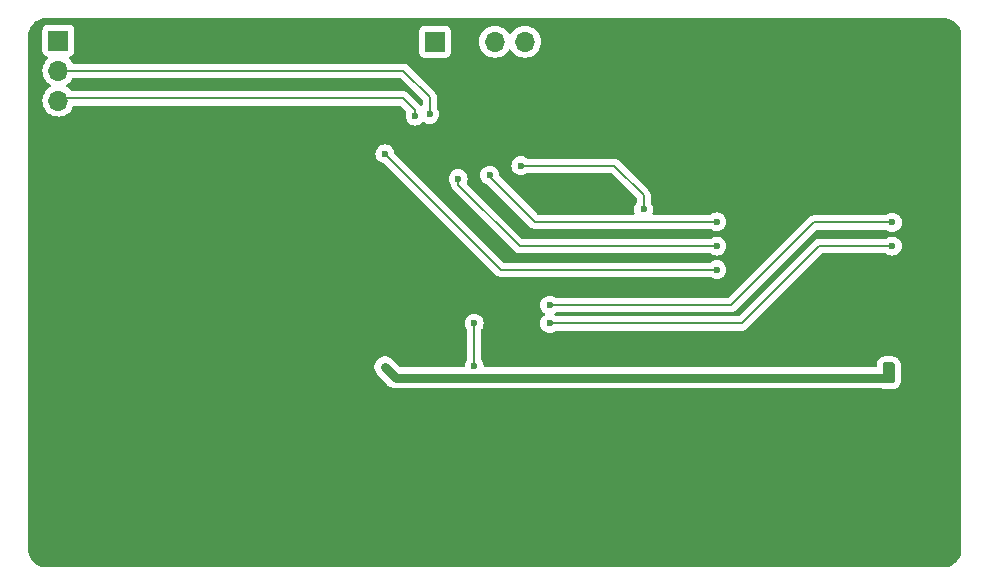
<source format=gbr>
%TF.GenerationSoftware,KiCad,Pcbnew,8.0.5*%
%TF.CreationDate,2024-11-10T21:17:35+07:00*%
%TF.ProjectId,PCB_MASTER,5043425f-4d41-4535-9445-522e6b696361,rev?*%
%TF.SameCoordinates,Original*%
%TF.FileFunction,Copper,L2,Bot*%
%TF.FilePolarity,Positive*%
%FSLAX46Y46*%
G04 Gerber Fmt 4.6, Leading zero omitted, Abs format (unit mm)*
G04 Created by KiCad (PCBNEW 8.0.5) date 2024-11-10 21:17:35*
%MOMM*%
%LPD*%
G01*
G04 APERTURE LIST*
%TA.AperFunction,ComponentPad*%
%ADD10O,1.700000X1.100000*%
%TD*%
%TA.AperFunction,ComponentPad*%
%ADD11R,1.700000X1.700000*%
%TD*%
%TA.AperFunction,ComponentPad*%
%ADD12O,1.700000X1.700000*%
%TD*%
%TA.AperFunction,ViaPad*%
%ADD13C,0.800000*%
%TD*%
%TA.AperFunction,ViaPad*%
%ADD14C,0.600000*%
%TD*%
%TA.AperFunction,Conductor*%
%ADD15C,0.800100*%
%TD*%
%TA.AperFunction,Conductor*%
%ADD16C,0.200000*%
%TD*%
G04 APERTURE END LIST*
D10*
%TO.P,J3,S1,SHIELD*%
%TO.N,GND*%
X100400000Y-83180000D03*
X96600000Y-83180000D03*
X100400000Y-91820000D03*
X96600000Y-91820000D03*
%TD*%
D11*
%TO.P,J1,1,Pin_1*%
%TO.N,+3V3*%
X97050000Y-66900000D03*
D12*
%TO.P,J1,2,Pin_2*%
%TO.N,/RX_D0*%
X97050000Y-69440000D03*
%TO.P,J1,3,Pin_3*%
%TO.N,/TX_D0*%
X97050000Y-71979999D03*
%TO.P,J1,4,Pin_4*%
%TO.N,GND*%
X97050000Y-74520000D03*
%TD*%
D11*
%TO.P,J2,1,Pin_1*%
%TO.N,+3V3*%
X128920000Y-67000000D03*
D12*
%TO.P,J2,2,Pin_2*%
%TO.N,GND*%
X131460000Y-67000000D03*
%TO.P,J2,3,Pin_3*%
%TO.N,/SCL*%
X134000000Y-67000000D03*
%TO.P,J2,4,Pin_4*%
%TO.N,/SDA*%
X136540000Y-67000000D03*
%TD*%
D13*
%TO.N,GND*%
X102600000Y-83700000D03*
X118300000Y-70600000D03*
X149100000Y-108500000D03*
X158200000Y-98600000D03*
X109200000Y-94250000D03*
X109300000Y-83400000D03*
X133100000Y-108600000D03*
X138600000Y-80600000D03*
X121750000Y-97900000D03*
X124100000Y-99300000D03*
X102200000Y-87650000D03*
X117700000Y-107000000D03*
X117700000Y-108600000D03*
X116700000Y-94250000D03*
X110900000Y-94250000D03*
X121800000Y-96100000D03*
X129800000Y-71900000D03*
X111000000Y-83400000D03*
X132300000Y-69150000D03*
X99000000Y-70600000D03*
X135300000Y-68500000D03*
X138600000Y-79000000D03*
X122300000Y-70600000D03*
X122000000Y-91050000D03*
X102200000Y-89100000D03*
X115450000Y-94250000D03*
X113150000Y-89300000D03*
X102600000Y-82500000D03*
X107700000Y-83400000D03*
X130750000Y-69100000D03*
X108600000Y-87800000D03*
X108600000Y-89450000D03*
X123350000Y-91050000D03*
X158200000Y-97250000D03*
X123100000Y-103000000D03*
X113100000Y-87500000D03*
D14*
X137338469Y-90992967D03*
%TO.N,+3V3*%
X124700000Y-94550000D03*
D13*
X167350000Y-94600000D03*
X167350000Y-95450000D03*
D14*
%TO.N,/IO0*%
X132250000Y-90850000D03*
X132250000Y-94450000D03*
%TO.N,/TX_D0*%
X127250000Y-73300000D03*
%TO.N,/RX_D0*%
X128490000Y-73150000D03*
%TO.N,/LORA_RESET*%
X138650000Y-90850000D03*
X167650000Y-84300000D03*
%TO.N,/NSS*%
X136200000Y-77500000D03*
X146600000Y-81200000D03*
%TO.N,/DIO1*%
X167650000Y-82300000D03*
X138650000Y-89300000D03*
%TO.N,/SCK*%
X133570000Y-78300000D03*
X152800000Y-82250000D03*
%TO.N,/MISO*%
X130900000Y-78600000D03*
X152800000Y-84300000D03*
%TO.N,/MOSI*%
X124700000Y-76500000D03*
X152800000Y-86300000D03*
%TD*%
D15*
%TO.N,+3V3*%
X124700000Y-94550000D02*
X125600000Y-95450000D01*
D16*
%TO.N,/IO0*%
X132250000Y-94450000D02*
X132250000Y-90850000D01*
%TO.N,/TX_D0*%
X97229999Y-71800000D02*
X97050000Y-71979999D01*
X126250000Y-71800000D02*
X97229999Y-71800000D01*
X127250000Y-73300000D02*
X127250000Y-72800000D01*
X127250000Y-72800000D02*
X126250000Y-71800000D01*
%TO.N,/RX_D0*%
X126250000Y-69450000D02*
X97060000Y-69450000D01*
X128490000Y-71690000D02*
X126250000Y-69450000D01*
X128490000Y-73150000D02*
X128490000Y-71690000D01*
X97060000Y-69450000D02*
X97050000Y-69440000D01*
%TO.N,/LORA_RESET*%
X161450000Y-84300000D02*
X154900000Y-90850000D01*
X154900000Y-90850000D02*
X138650000Y-90850000D01*
X167650000Y-84300000D02*
X161450000Y-84300000D01*
%TO.N,/NSS*%
X136200000Y-77500000D02*
X144100000Y-77500000D01*
X146600000Y-80000000D02*
X146600000Y-81200000D01*
X144100000Y-77500000D02*
X146600000Y-80000000D01*
%TO.N,/DIO1*%
X138650000Y-89300000D02*
X154000000Y-89300000D01*
X161000000Y-82300000D02*
X167650000Y-82300000D01*
X154000000Y-89300000D02*
X161000000Y-82300000D01*
%TO.N,/SCK*%
X133570000Y-78300000D02*
X133570000Y-78420000D01*
X137400000Y-82250000D02*
X152800000Y-82250000D01*
X133570000Y-78420000D02*
X137400000Y-82250000D01*
%TO.N,/MISO*%
X130900000Y-78600000D02*
X130900000Y-79100000D01*
X136100000Y-84300000D02*
X152800000Y-84300000D01*
X130900000Y-79100000D02*
X136100000Y-84300000D01*
%TO.N,/MOSI*%
X134500000Y-86300000D02*
X124700000Y-76500000D01*
X152800000Y-86300000D02*
X134500000Y-86300000D01*
D15*
%TO.N,+3V3*%
X125600000Y-95450000D02*
X167350000Y-95450000D01*
%TD*%
%TA.AperFunction,Conductor*%
%TO.N,GND*%
G36*
X126016942Y-70070185D02*
G01*
X126037584Y-70086819D01*
X127853181Y-71902416D01*
X127886666Y-71963739D01*
X127889500Y-71990097D01*
X127889500Y-72290902D01*
X127869815Y-72357941D01*
X127817011Y-72403696D01*
X127747853Y-72413640D01*
X127684297Y-72384615D01*
X127677819Y-72378583D01*
X126737590Y-71438355D01*
X126737588Y-71438352D01*
X126618717Y-71319481D01*
X126618716Y-71319480D01*
X126531904Y-71269360D01*
X126531904Y-71269359D01*
X126531900Y-71269358D01*
X126481785Y-71240423D01*
X126329057Y-71199499D01*
X126170943Y-71199499D01*
X126163347Y-71199499D01*
X126163331Y-71199500D01*
X98216696Y-71199500D01*
X98149657Y-71179815D01*
X98115121Y-71146624D01*
X98088491Y-71108593D01*
X97921402Y-70941505D01*
X97921401Y-70941504D01*
X97735842Y-70811574D01*
X97692218Y-70756997D01*
X97685025Y-70687498D01*
X97716547Y-70625144D01*
X97735843Y-70608424D01*
X97921401Y-70478495D01*
X98088495Y-70311401D01*
X98224035Y-70117830D01*
X98224036Y-70117826D01*
X98226743Y-70113140D01*
X98228866Y-70114366D01*
X98268169Y-70069687D01*
X98334428Y-70050500D01*
X125949903Y-70050500D01*
X126016942Y-70070185D01*
G37*
%TD.AperFunction*%
%TA.AperFunction,Conductor*%
G36*
X172004417Y-65000815D02*
G01*
X172204561Y-65015129D01*
X172222063Y-65017646D01*
X172413797Y-65059354D01*
X172430755Y-65064333D01*
X172614606Y-65132907D01*
X172614609Y-65132908D01*
X172630702Y-65140258D01*
X172802908Y-65234289D01*
X172817791Y-65243854D01*
X172974864Y-65361437D01*
X172988235Y-65373023D01*
X173126975Y-65511763D01*
X173138561Y-65525134D01*
X173256144Y-65682207D01*
X173265709Y-65697090D01*
X173359742Y-65869298D01*
X173367092Y-65885391D01*
X173435663Y-66069236D01*
X173440647Y-66086212D01*
X173482352Y-66277931D01*
X173484870Y-66295442D01*
X173499184Y-66495566D01*
X173499500Y-66504413D01*
X173499501Y-109934107D01*
X173499501Y-109995571D01*
X173499185Y-110004418D01*
X173484870Y-110204557D01*
X173482352Y-110222068D01*
X173440647Y-110413787D01*
X173435663Y-110430763D01*
X173367091Y-110614609D01*
X173359741Y-110630702D01*
X173265710Y-110802908D01*
X173256145Y-110817791D01*
X173138562Y-110974864D01*
X173126976Y-110988235D01*
X172988236Y-111126975D01*
X172974865Y-111138561D01*
X172817792Y-111256144D01*
X172802909Y-111265709D01*
X172630701Y-111359742D01*
X172614608Y-111367092D01*
X172430763Y-111435663D01*
X172413787Y-111440647D01*
X172222068Y-111482352D01*
X172204557Y-111484870D01*
X172023447Y-111497823D01*
X172004430Y-111499184D01*
X171995585Y-111499500D01*
X96004427Y-111499500D01*
X95995581Y-111499184D01*
X95795443Y-111484870D01*
X95777931Y-111482352D01*
X95586212Y-111440647D01*
X95569236Y-111435663D01*
X95385390Y-111367091D01*
X95369298Y-111359741D01*
X95197095Y-111265712D01*
X95182210Y-111256147D01*
X95025132Y-111138559D01*
X95011762Y-111126973D01*
X94873026Y-110988237D01*
X94861440Y-110974867D01*
X94861438Y-110974864D01*
X94743848Y-110817784D01*
X94734287Y-110802904D01*
X94640258Y-110630701D01*
X94632908Y-110614609D01*
X94564333Y-110430755D01*
X94559354Y-110413797D01*
X94517646Y-110222063D01*
X94515129Y-110204556D01*
X94500815Y-110004418D01*
X94500499Y-109995572D01*
X94500499Y-94638699D01*
X123799449Y-94638699D01*
X123834056Y-94812675D01*
X123834058Y-94812681D01*
X123901943Y-94976572D01*
X124000493Y-95124062D01*
X124000499Y-95124070D01*
X124900497Y-96024067D01*
X124990129Y-96113699D01*
X125025934Y-96149504D01*
X125025937Y-96149506D01*
X125111707Y-96206816D01*
X125173427Y-96248056D01*
X125203250Y-96260409D01*
X125337319Y-96315942D01*
X125337323Y-96315942D01*
X125337324Y-96315943D01*
X125511300Y-96350550D01*
X125511303Y-96350550D01*
X125511304Y-96350550D01*
X166707722Y-96350550D01*
X166749977Y-96357971D01*
X166807677Y-96378886D01*
X166863131Y-96391977D01*
X166944013Y-96401394D01*
X166979270Y-96405500D01*
X166979272Y-96405500D01*
X167720730Y-96405500D01*
X167751340Y-96401935D01*
X167836869Y-96391977D01*
X167892323Y-96378886D01*
X168002248Y-96339042D01*
X168007520Y-96336406D01*
X168007522Y-96336404D01*
X168007525Y-96336403D01*
X168066414Y-96296318D01*
X168119169Y-96260409D01*
X168168030Y-96216539D01*
X168255567Y-96113700D01*
X168315338Y-95982823D01*
X168335023Y-95915784D01*
X168335024Y-95915780D01*
X168355500Y-95773364D01*
X168355500Y-94301362D01*
X168352603Y-94247322D01*
X168349769Y-94220964D01*
X168341114Y-94167552D01*
X168290832Y-94032743D01*
X168257347Y-93971420D01*
X168171123Y-93856239D01*
X168143761Y-93828877D01*
X168143737Y-93828855D01*
X168103519Y-93792728D01*
X168103507Y-93792718D01*
X168082856Y-93776076D01*
X168038974Y-93744433D01*
X167908100Y-93684663D01*
X167841055Y-93664976D01*
X167793582Y-93658150D01*
X167698638Y-93644500D01*
X167001362Y-93644500D01*
X167001360Y-93644500D01*
X166947311Y-93647397D01*
X166947310Y-93647397D01*
X166920977Y-93650229D01*
X166920950Y-93650232D01*
X166867554Y-93658885D01*
X166867552Y-93658885D01*
X166732747Y-93709166D01*
X166671422Y-93742651D01*
X166556240Y-93828876D01*
X166556236Y-93828879D01*
X166528874Y-93856242D01*
X166528855Y-93856262D01*
X166492728Y-93896480D01*
X166492718Y-93896492D01*
X166476076Y-93917143D01*
X166444433Y-93961025D01*
X166384663Y-94091899D01*
X166364976Y-94158944D01*
X166363738Y-94167554D01*
X166344501Y-94301359D01*
X166344500Y-94301363D01*
X166344500Y-94425450D01*
X166324815Y-94492489D01*
X166272011Y-94538244D01*
X166220500Y-94549450D01*
X133177584Y-94549450D01*
X133110545Y-94529765D01*
X133064790Y-94476961D01*
X133054364Y-94439334D01*
X133035369Y-94270749D01*
X133035368Y-94270745D01*
X132975788Y-94100476D01*
X132933228Y-94032743D01*
X132879816Y-93947738D01*
X132879814Y-93947736D01*
X132879813Y-93947734D01*
X132877550Y-93944896D01*
X132876659Y-93942715D01*
X132876111Y-93941842D01*
X132876264Y-93941745D01*
X132851144Y-93880209D01*
X132850500Y-93867587D01*
X132850500Y-91432412D01*
X132870185Y-91365373D01*
X132877555Y-91355097D01*
X132879810Y-91352267D01*
X132879816Y-91352262D01*
X132975789Y-91199522D01*
X133035368Y-91029255D01*
X133055565Y-90850000D01*
X133035368Y-90670745D01*
X132975789Y-90500478D01*
X132879816Y-90347738D01*
X132752262Y-90220184D01*
X132688300Y-90179994D01*
X132599523Y-90124211D01*
X132429254Y-90064631D01*
X132429249Y-90064630D01*
X132250004Y-90044435D01*
X132249996Y-90044435D01*
X132070750Y-90064630D01*
X132070745Y-90064631D01*
X131900476Y-90124211D01*
X131747737Y-90220184D01*
X131620184Y-90347737D01*
X131524211Y-90500476D01*
X131464631Y-90670745D01*
X131464630Y-90670750D01*
X131444435Y-90849996D01*
X131444435Y-90850003D01*
X131464630Y-91029249D01*
X131464631Y-91029254D01*
X131524211Y-91199523D01*
X131620185Y-91352263D01*
X131622445Y-91355097D01*
X131623334Y-91357275D01*
X131623889Y-91358158D01*
X131623734Y-91358255D01*
X131648855Y-91419783D01*
X131649500Y-91432412D01*
X131649500Y-93867587D01*
X131629815Y-93934626D01*
X131622450Y-93944896D01*
X131620186Y-93947734D01*
X131524211Y-94100476D01*
X131464631Y-94270745D01*
X131464630Y-94270749D01*
X131445636Y-94439334D01*
X131418569Y-94503748D01*
X131360975Y-94543303D01*
X131322416Y-94549450D01*
X126024382Y-94549450D01*
X125957343Y-94529765D01*
X125936701Y-94513131D01*
X125274070Y-93850499D01*
X125274062Y-93850493D01*
X125126571Y-93751943D01*
X125126572Y-93751943D01*
X124962681Y-93684058D01*
X124962675Y-93684056D01*
X124788699Y-93649450D01*
X124788697Y-93649450D01*
X124611303Y-93649450D01*
X124611301Y-93649450D01*
X124437324Y-93684056D01*
X124437318Y-93684058D01*
X124273427Y-93751943D01*
X124125937Y-93850493D01*
X124125929Y-93850499D01*
X124000499Y-93975929D01*
X124000493Y-93975937D01*
X123901943Y-94123427D01*
X123834058Y-94287318D01*
X123834056Y-94287324D01*
X123799450Y-94461300D01*
X123799450Y-94461303D01*
X123799450Y-94638697D01*
X123799450Y-94638699D01*
X123799449Y-94638699D01*
X94500499Y-94638699D01*
X94500499Y-89299996D01*
X137844435Y-89299996D01*
X137844435Y-89300003D01*
X137864630Y-89479249D01*
X137864631Y-89479254D01*
X137924211Y-89649523D01*
X138020184Y-89802262D01*
X138147738Y-89929816D01*
X138211700Y-89970006D01*
X138257991Y-90022341D01*
X138268639Y-90091395D01*
X138240264Y-90155243D01*
X138211700Y-90179994D01*
X138147737Y-90220184D01*
X138020184Y-90347737D01*
X137924211Y-90500476D01*
X137864631Y-90670745D01*
X137864630Y-90670750D01*
X137844435Y-90849996D01*
X137844435Y-90850003D01*
X137864630Y-91029249D01*
X137864631Y-91029254D01*
X137924211Y-91199523D01*
X138020184Y-91352262D01*
X138147738Y-91479816D01*
X138300478Y-91575789D01*
X138470745Y-91635368D01*
X138470750Y-91635369D01*
X138649996Y-91655565D01*
X138650000Y-91655565D01*
X138650004Y-91655565D01*
X138829249Y-91635369D01*
X138829252Y-91635368D01*
X138829255Y-91635368D01*
X138999522Y-91575789D01*
X139152262Y-91479816D01*
X139152267Y-91479810D01*
X139155097Y-91477555D01*
X139157275Y-91476665D01*
X139158158Y-91476111D01*
X139158255Y-91476265D01*
X139219783Y-91451145D01*
X139232412Y-91450500D01*
X154813331Y-91450500D01*
X154813347Y-91450501D01*
X154820943Y-91450501D01*
X154979054Y-91450501D01*
X154979057Y-91450501D01*
X155131785Y-91409577D01*
X155181904Y-91380639D01*
X155268716Y-91330520D01*
X155380520Y-91218716D01*
X155380520Y-91218714D01*
X155390728Y-91208507D01*
X155390729Y-91208504D01*
X161662416Y-84936819D01*
X161723739Y-84903334D01*
X161750097Y-84900500D01*
X167067588Y-84900500D01*
X167134627Y-84920185D01*
X167144903Y-84927555D01*
X167147736Y-84929814D01*
X167147738Y-84929816D01*
X167300478Y-85025789D01*
X167470745Y-85085368D01*
X167470750Y-85085369D01*
X167649996Y-85105565D01*
X167650000Y-85105565D01*
X167650004Y-85105565D01*
X167829249Y-85085369D01*
X167829252Y-85085368D01*
X167829255Y-85085368D01*
X167999522Y-85025789D01*
X168152262Y-84929816D01*
X168279816Y-84802262D01*
X168375789Y-84649522D01*
X168435368Y-84479255D01*
X168455565Y-84300000D01*
X168435368Y-84120745D01*
X168375789Y-83950478D01*
X168279816Y-83797738D01*
X168152262Y-83670184D01*
X168141117Y-83663181D01*
X167999523Y-83574211D01*
X167829254Y-83514631D01*
X167829249Y-83514630D01*
X167650004Y-83494435D01*
X167649996Y-83494435D01*
X167470750Y-83514630D01*
X167470745Y-83514631D01*
X167300476Y-83574211D01*
X167147736Y-83670185D01*
X167144903Y-83672445D01*
X167142724Y-83673334D01*
X167141842Y-83673889D01*
X167141744Y-83673734D01*
X167080217Y-83698855D01*
X167067588Y-83699500D01*
X161536669Y-83699500D01*
X161536653Y-83699499D01*
X161529057Y-83699499D01*
X161370943Y-83699499D01*
X161263587Y-83728265D01*
X161218210Y-83740424D01*
X161218209Y-83740425D01*
X161183066Y-83760716D01*
X161183064Y-83760717D01*
X161081290Y-83819475D01*
X161081282Y-83819481D01*
X160969480Y-83931284D01*
X160969478Y-83931286D01*
X157815396Y-87085369D01*
X154687584Y-90213181D01*
X154626261Y-90246666D01*
X154599903Y-90249500D01*
X139232412Y-90249500D01*
X139165373Y-90229815D01*
X139155097Y-90222445D01*
X139152263Y-90220185D01*
X139152262Y-90220184D01*
X139088297Y-90179992D01*
X139042008Y-90127660D01*
X139031359Y-90058606D01*
X139059734Y-89994758D01*
X139088296Y-89970008D01*
X139152262Y-89929816D01*
X139152267Y-89929810D01*
X139155097Y-89927555D01*
X139157275Y-89926665D01*
X139158158Y-89926111D01*
X139158255Y-89926265D01*
X139219783Y-89901145D01*
X139232412Y-89900500D01*
X153913331Y-89900500D01*
X153913347Y-89900501D01*
X153920943Y-89900501D01*
X154079054Y-89900501D01*
X154079057Y-89900501D01*
X154231785Y-89859577D01*
X154281904Y-89830639D01*
X154368716Y-89780520D01*
X154480520Y-89668716D01*
X154480520Y-89668714D01*
X154490728Y-89658507D01*
X154490729Y-89658504D01*
X161212416Y-82936819D01*
X161273739Y-82903334D01*
X161300097Y-82900500D01*
X167067588Y-82900500D01*
X167134627Y-82920185D01*
X167144903Y-82927555D01*
X167147736Y-82929814D01*
X167147738Y-82929816D01*
X167300478Y-83025789D01*
X167385573Y-83055565D01*
X167470745Y-83085368D01*
X167470750Y-83085369D01*
X167649996Y-83105565D01*
X167650000Y-83105565D01*
X167650004Y-83105565D01*
X167829249Y-83085369D01*
X167829252Y-83085368D01*
X167829255Y-83085368D01*
X167999522Y-83025789D01*
X168152262Y-82929816D01*
X168279816Y-82802262D01*
X168375789Y-82649522D01*
X168435368Y-82479255D01*
X168441002Y-82429254D01*
X168455565Y-82300003D01*
X168455565Y-82299996D01*
X168435369Y-82120750D01*
X168435368Y-82120745D01*
X168375788Y-81950476D01*
X168293477Y-81819480D01*
X168279816Y-81797738D01*
X168152262Y-81670184D01*
X168115650Y-81647179D01*
X167999523Y-81574211D01*
X167829254Y-81514631D01*
X167829249Y-81514630D01*
X167650004Y-81494435D01*
X167649996Y-81494435D01*
X167470750Y-81514630D01*
X167470745Y-81514631D01*
X167300476Y-81574211D01*
X167147736Y-81670185D01*
X167144903Y-81672445D01*
X167142724Y-81673334D01*
X167141842Y-81673889D01*
X167141744Y-81673734D01*
X167080217Y-81698855D01*
X167067588Y-81699500D01*
X161086669Y-81699500D01*
X161086653Y-81699499D01*
X161079057Y-81699499D01*
X160920943Y-81699499D01*
X160841010Y-81720917D01*
X160768216Y-81740422D01*
X160735038Y-81759578D01*
X160735037Y-81759577D01*
X160631287Y-81819477D01*
X160631282Y-81819481D01*
X160519478Y-81931286D01*
X153787584Y-88663181D01*
X153726261Y-88696666D01*
X153699903Y-88699500D01*
X139232412Y-88699500D01*
X139165373Y-88679815D01*
X139155097Y-88672445D01*
X139152263Y-88670185D01*
X139152262Y-88670184D01*
X139095496Y-88634515D01*
X138999523Y-88574211D01*
X138829254Y-88514631D01*
X138829249Y-88514630D01*
X138650004Y-88494435D01*
X138649996Y-88494435D01*
X138470750Y-88514630D01*
X138470745Y-88514631D01*
X138300476Y-88574211D01*
X138147737Y-88670184D01*
X138020184Y-88797737D01*
X137924211Y-88950476D01*
X137864631Y-89120745D01*
X137864630Y-89120750D01*
X137844435Y-89299996D01*
X94500499Y-89299996D01*
X94500499Y-76499996D01*
X123894435Y-76499996D01*
X123894435Y-76500003D01*
X123914630Y-76679249D01*
X123914631Y-76679254D01*
X123974211Y-76849523D01*
X124067341Y-76997737D01*
X124070184Y-77002262D01*
X124197738Y-77129816D01*
X124350478Y-77225789D01*
X124520745Y-77285368D01*
X124607669Y-77295161D01*
X124672080Y-77322226D01*
X124681465Y-77330700D01*
X134015139Y-86664374D01*
X134015149Y-86664385D01*
X134019479Y-86668715D01*
X134019480Y-86668716D01*
X134131284Y-86780520D01*
X134218095Y-86830639D01*
X134218097Y-86830641D01*
X134256151Y-86852611D01*
X134268215Y-86859577D01*
X134420943Y-86900501D01*
X134420946Y-86900501D01*
X134586653Y-86900501D01*
X134586669Y-86900500D01*
X152217588Y-86900500D01*
X152284627Y-86920185D01*
X152294903Y-86927555D01*
X152297736Y-86929814D01*
X152297738Y-86929816D01*
X152450478Y-87025789D01*
X152620745Y-87085368D01*
X152620750Y-87085369D01*
X152799996Y-87105565D01*
X152800000Y-87105565D01*
X152800004Y-87105565D01*
X152979249Y-87085369D01*
X152979252Y-87085368D01*
X152979255Y-87085368D01*
X153149522Y-87025789D01*
X153302262Y-86929816D01*
X153429816Y-86802262D01*
X153525789Y-86649522D01*
X153585368Y-86479255D01*
X153605565Y-86300000D01*
X153585368Y-86120745D01*
X153525789Y-85950478D01*
X153429816Y-85797738D01*
X153302262Y-85670184D01*
X153291117Y-85663181D01*
X153149523Y-85574211D01*
X152979254Y-85514631D01*
X152979249Y-85514630D01*
X152800004Y-85494435D01*
X152799996Y-85494435D01*
X152620750Y-85514630D01*
X152620745Y-85514631D01*
X152450476Y-85574211D01*
X152297736Y-85670185D01*
X152294903Y-85672445D01*
X152292724Y-85673334D01*
X152291842Y-85673889D01*
X152291744Y-85673734D01*
X152230217Y-85698855D01*
X152217588Y-85699500D01*
X134800097Y-85699500D01*
X134733058Y-85679815D01*
X134712416Y-85663181D01*
X127649231Y-78599996D01*
X130094435Y-78599996D01*
X130094435Y-78600003D01*
X130114630Y-78779249D01*
X130114631Y-78779254D01*
X130174211Y-78949523D01*
X130270182Y-79102259D01*
X130272441Y-79105091D01*
X130273330Y-79107268D01*
X130273889Y-79108158D01*
X130273733Y-79108255D01*
X130298854Y-79169776D01*
X130299219Y-79176929D01*
X130299498Y-79179054D01*
X130340423Y-79331785D01*
X130369358Y-79381900D01*
X130369359Y-79381904D01*
X130369360Y-79381904D01*
X130419479Y-79468714D01*
X130419481Y-79468717D01*
X130538349Y-79587585D01*
X130538354Y-79587589D01*
X135731284Y-84780520D01*
X135731286Y-84780521D01*
X135731290Y-84780524D01*
X135868209Y-84859573D01*
X135868216Y-84859577D01*
X136020943Y-84900501D01*
X136020945Y-84900501D01*
X136186654Y-84900501D01*
X136186670Y-84900500D01*
X152217588Y-84900500D01*
X152284627Y-84920185D01*
X152294903Y-84927555D01*
X152297736Y-84929814D01*
X152297738Y-84929816D01*
X152450478Y-85025789D01*
X152620745Y-85085368D01*
X152620750Y-85085369D01*
X152799996Y-85105565D01*
X152800000Y-85105565D01*
X152800004Y-85105565D01*
X152979249Y-85085369D01*
X152979252Y-85085368D01*
X152979255Y-85085368D01*
X153149522Y-85025789D01*
X153302262Y-84929816D01*
X153429816Y-84802262D01*
X153525789Y-84649522D01*
X153585368Y-84479255D01*
X153605565Y-84300000D01*
X153585368Y-84120745D01*
X153525789Y-83950478D01*
X153429816Y-83797738D01*
X153302262Y-83670184D01*
X153291117Y-83663181D01*
X153149523Y-83574211D01*
X152979254Y-83514631D01*
X152979249Y-83514630D01*
X152800004Y-83494435D01*
X152799996Y-83494435D01*
X152620750Y-83514630D01*
X152620745Y-83514631D01*
X152450476Y-83574211D01*
X152297736Y-83670185D01*
X152294903Y-83672445D01*
X152292724Y-83673334D01*
X152291842Y-83673889D01*
X152291744Y-83673734D01*
X152230217Y-83698855D01*
X152217588Y-83699500D01*
X136400098Y-83699500D01*
X136333059Y-83679815D01*
X136312417Y-83663181D01*
X131673875Y-79024640D01*
X131640390Y-78963317D01*
X131644514Y-78896006D01*
X131685368Y-78779255D01*
X131699985Y-78649523D01*
X131705565Y-78600003D01*
X131705565Y-78599996D01*
X131685369Y-78420750D01*
X131685368Y-78420745D01*
X131645065Y-78305565D01*
X131643116Y-78299996D01*
X132764435Y-78299996D01*
X132764435Y-78300003D01*
X132784630Y-78479249D01*
X132784631Y-78479254D01*
X132844211Y-78649523D01*
X132925724Y-78779249D01*
X132940184Y-78802262D01*
X133067738Y-78929816D01*
X133220478Y-79025789D01*
X133356937Y-79073537D01*
X133403663Y-79102898D01*
X136915139Y-82614374D01*
X136915149Y-82614385D01*
X136919479Y-82618715D01*
X136919480Y-82618716D01*
X137031284Y-82730520D01*
X137031286Y-82730521D01*
X137031290Y-82730524D01*
X137117886Y-82780520D01*
X137117887Y-82780520D01*
X137168215Y-82809577D01*
X137320943Y-82850501D01*
X137320946Y-82850501D01*
X137486653Y-82850501D01*
X137486669Y-82850500D01*
X152217588Y-82850500D01*
X152284627Y-82870185D01*
X152294903Y-82877555D01*
X152297736Y-82879814D01*
X152297738Y-82879816D01*
X152450478Y-82975789D01*
X152593367Y-83025788D01*
X152620745Y-83035368D01*
X152620750Y-83035369D01*
X152799996Y-83055565D01*
X152800000Y-83055565D01*
X152800004Y-83055565D01*
X152979249Y-83035369D01*
X152979252Y-83035368D01*
X152979255Y-83035368D01*
X153149522Y-82975789D01*
X153302262Y-82879816D01*
X153429816Y-82752262D01*
X153525789Y-82599522D01*
X153585368Y-82429255D01*
X153599931Y-82300003D01*
X153605565Y-82250003D01*
X153605565Y-82249996D01*
X153585369Y-82070750D01*
X153585368Y-82070745D01*
X153525788Y-81900476D01*
X153474895Y-81819481D01*
X153429816Y-81747738D01*
X153302262Y-81620184D01*
X153233553Y-81577011D01*
X153149523Y-81524211D01*
X152979254Y-81464631D01*
X152979249Y-81464630D01*
X152800004Y-81444435D01*
X152799996Y-81444435D01*
X152620750Y-81464630D01*
X152620745Y-81464631D01*
X152450476Y-81524211D01*
X152297736Y-81620185D01*
X152294903Y-81622445D01*
X152292724Y-81623334D01*
X152291842Y-81623889D01*
X152291744Y-81623734D01*
X152230217Y-81648855D01*
X152217588Y-81649500D01*
X147465567Y-81649500D01*
X147398528Y-81629815D01*
X147352773Y-81577011D01*
X147342829Y-81507853D01*
X147348526Y-81484545D01*
X147385366Y-81379262D01*
X147385369Y-81379249D01*
X147405565Y-81200003D01*
X147405565Y-81199996D01*
X147385369Y-81020750D01*
X147385368Y-81020745D01*
X147325788Y-80850476D01*
X147229813Y-80697734D01*
X147227550Y-80694896D01*
X147226659Y-80692715D01*
X147226111Y-80691842D01*
X147226264Y-80691745D01*
X147201144Y-80630209D01*
X147200500Y-80617587D01*
X147200500Y-80089059D01*
X147200501Y-80089046D01*
X147200501Y-79920945D01*
X147200501Y-79920943D01*
X147159577Y-79768215D01*
X147130639Y-79718095D01*
X147080520Y-79631284D01*
X146968716Y-79519480D01*
X146968715Y-79519479D01*
X146964385Y-79515149D01*
X146964374Y-79515139D01*
X144587590Y-77138355D01*
X144587588Y-77138352D01*
X144468717Y-77019481D01*
X144468709Y-77019475D01*
X144366936Y-76960717D01*
X144366934Y-76960716D01*
X144331790Y-76940425D01*
X144331789Y-76940424D01*
X144319263Y-76937067D01*
X144179057Y-76899499D01*
X144020943Y-76899499D01*
X144013347Y-76899499D01*
X144013331Y-76899500D01*
X136782412Y-76899500D01*
X136715373Y-76879815D01*
X136705097Y-76872445D01*
X136702263Y-76870185D01*
X136702262Y-76870184D01*
X136645496Y-76834515D01*
X136549523Y-76774211D01*
X136379254Y-76714631D01*
X136379249Y-76714630D01*
X136200004Y-76694435D01*
X136199996Y-76694435D01*
X136020750Y-76714630D01*
X136020745Y-76714631D01*
X135850476Y-76774211D01*
X135697737Y-76870184D01*
X135570184Y-76997737D01*
X135474211Y-77150476D01*
X135414631Y-77320745D01*
X135414630Y-77320750D01*
X135394435Y-77499996D01*
X135394435Y-77500003D01*
X135414630Y-77679249D01*
X135414631Y-77679254D01*
X135474211Y-77849523D01*
X135537646Y-77950478D01*
X135570184Y-78002262D01*
X135697738Y-78129816D01*
X135850478Y-78225789D01*
X136020745Y-78285368D01*
X136020750Y-78285369D01*
X136199996Y-78305565D01*
X136200000Y-78305565D01*
X136200004Y-78305565D01*
X136379249Y-78285369D01*
X136379252Y-78285368D01*
X136379255Y-78285368D01*
X136549522Y-78225789D01*
X136702262Y-78129816D01*
X136702267Y-78129810D01*
X136705097Y-78127555D01*
X136707275Y-78126665D01*
X136708158Y-78126111D01*
X136708255Y-78126265D01*
X136769783Y-78101145D01*
X136782412Y-78100500D01*
X143799903Y-78100500D01*
X143866942Y-78120185D01*
X143887584Y-78136819D01*
X145963181Y-80212416D01*
X145996666Y-80273739D01*
X145999500Y-80300097D01*
X145999500Y-80617587D01*
X145979815Y-80684626D01*
X145972450Y-80694896D01*
X145970186Y-80697734D01*
X145874211Y-80850476D01*
X145814631Y-81020745D01*
X145814630Y-81020750D01*
X145794435Y-81199996D01*
X145794435Y-81200003D01*
X145814630Y-81379249D01*
X145814633Y-81379262D01*
X145851474Y-81484545D01*
X145855036Y-81554324D01*
X145820308Y-81614951D01*
X145758314Y-81647179D01*
X145734433Y-81649500D01*
X137700097Y-81649500D01*
X137633058Y-81629815D01*
X137612416Y-81613181D01*
X134410060Y-78410825D01*
X134376575Y-78349502D01*
X134374522Y-78309252D01*
X134375565Y-78300000D01*
X134375565Y-78299997D01*
X134355369Y-78120750D01*
X134355368Y-78120745D01*
X134348284Y-78100500D01*
X134295789Y-77950478D01*
X134199816Y-77797738D01*
X134072262Y-77670184D01*
X133919523Y-77574211D01*
X133749254Y-77514631D01*
X133749249Y-77514630D01*
X133570004Y-77494435D01*
X133569996Y-77494435D01*
X133390750Y-77514630D01*
X133390745Y-77514631D01*
X133220476Y-77574211D01*
X133067737Y-77670184D01*
X132940184Y-77797737D01*
X132844211Y-77950476D01*
X132784631Y-78120745D01*
X132784630Y-78120750D01*
X132764435Y-78299996D01*
X131643116Y-78299996D01*
X131625789Y-78250478D01*
X131529816Y-78097738D01*
X131402262Y-77970184D01*
X131370897Y-77950476D01*
X131249523Y-77874211D01*
X131079254Y-77814631D01*
X131079249Y-77814630D01*
X130900004Y-77794435D01*
X130899996Y-77794435D01*
X130720750Y-77814630D01*
X130720745Y-77814631D01*
X130550476Y-77874211D01*
X130397737Y-77970184D01*
X130270184Y-78097737D01*
X130174211Y-78250476D01*
X130114631Y-78420745D01*
X130114630Y-78420750D01*
X130094435Y-78599996D01*
X127649231Y-78599996D01*
X125530700Y-76481465D01*
X125497215Y-76420142D01*
X125495163Y-76407686D01*
X125485368Y-76320745D01*
X125425789Y-76150478D01*
X125329816Y-75997738D01*
X125202262Y-75870184D01*
X125049523Y-75774211D01*
X124879254Y-75714631D01*
X124879249Y-75714630D01*
X124700004Y-75694435D01*
X124699996Y-75694435D01*
X124520750Y-75714630D01*
X124520745Y-75714631D01*
X124350476Y-75774211D01*
X124197737Y-75870184D01*
X124070184Y-75997737D01*
X123974211Y-76150476D01*
X123914631Y-76320745D01*
X123914630Y-76320750D01*
X123894435Y-76499996D01*
X94500499Y-76499996D01*
X94500499Y-69439999D01*
X95694341Y-69439999D01*
X95694341Y-69440000D01*
X95714936Y-69675403D01*
X95714938Y-69675413D01*
X95776094Y-69903655D01*
X95776096Y-69903659D01*
X95776097Y-69903663D01*
X95853748Y-70070185D01*
X95875965Y-70117830D01*
X95875967Y-70117834D01*
X96011501Y-70311395D01*
X96011506Y-70311402D01*
X96178597Y-70478493D01*
X96178603Y-70478498D01*
X96364157Y-70608424D01*
X96407782Y-70663001D01*
X96414976Y-70732499D01*
X96383453Y-70794854D01*
X96364158Y-70811574D01*
X96178594Y-70941507D01*
X96011505Y-71108596D01*
X95875965Y-71302168D01*
X95875964Y-71302170D01*
X95776098Y-71516334D01*
X95776094Y-71516343D01*
X95714938Y-71744585D01*
X95714936Y-71744595D01*
X95694341Y-71979998D01*
X95694341Y-71979999D01*
X95714936Y-72215402D01*
X95714938Y-72215412D01*
X95776094Y-72443654D01*
X95776096Y-72443658D01*
X95776097Y-72443662D01*
X95875965Y-72657829D01*
X95875967Y-72657833D01*
X95975848Y-72800476D01*
X96011505Y-72851400D01*
X96178599Y-73018494D01*
X96275384Y-73086264D01*
X96372165Y-73154031D01*
X96372167Y-73154032D01*
X96372170Y-73154034D01*
X96586337Y-73253902D01*
X96814592Y-73315062D01*
X97002918Y-73331538D01*
X97049999Y-73335658D01*
X97050000Y-73335658D01*
X97050001Y-73335658D01*
X97089234Y-73332225D01*
X97285408Y-73315062D01*
X97513663Y-73253902D01*
X97727830Y-73154034D01*
X97921401Y-73018494D01*
X98088495Y-72851400D01*
X98224035Y-72657829D01*
X98310644Y-72472093D01*
X98356816Y-72419656D01*
X98423026Y-72400500D01*
X125949903Y-72400500D01*
X126016942Y-72420185D01*
X126037584Y-72436819D01*
X126476123Y-72875359D01*
X126509608Y-72936682D01*
X126505484Y-73003994D01*
X126464632Y-73120742D01*
X126464630Y-73120750D01*
X126444435Y-73299996D01*
X126444435Y-73300003D01*
X126464630Y-73479249D01*
X126464631Y-73479254D01*
X126524211Y-73649523D01*
X126606080Y-73779815D01*
X126620184Y-73802262D01*
X126747738Y-73929816D01*
X126900478Y-74025789D01*
X127070745Y-74085368D01*
X127070750Y-74085369D01*
X127249996Y-74105565D01*
X127250000Y-74105565D01*
X127250004Y-74105565D01*
X127429249Y-74085369D01*
X127429252Y-74085368D01*
X127429255Y-74085368D01*
X127599522Y-74025789D01*
X127752262Y-73929816D01*
X127865324Y-73816753D01*
X127926643Y-73783271D01*
X127996335Y-73788255D01*
X128018974Y-73799443D01*
X128046527Y-73816756D01*
X128140478Y-73875789D01*
X128294878Y-73929816D01*
X128310745Y-73935368D01*
X128310750Y-73935369D01*
X128489996Y-73955565D01*
X128490000Y-73955565D01*
X128490004Y-73955565D01*
X128669249Y-73935369D01*
X128669252Y-73935368D01*
X128669255Y-73935368D01*
X128839522Y-73875789D01*
X128992262Y-73779816D01*
X129119816Y-73652262D01*
X129215789Y-73499522D01*
X129275368Y-73329255D01*
X129276967Y-73315062D01*
X129295565Y-73150003D01*
X129295565Y-73149996D01*
X129275369Y-72970750D01*
X129275368Y-72970745D01*
X129215788Y-72800476D01*
X129126159Y-72657833D01*
X129119816Y-72647738D01*
X129119814Y-72647736D01*
X129119813Y-72647734D01*
X129117550Y-72644896D01*
X129116659Y-72642715D01*
X129116111Y-72641842D01*
X129116264Y-72641745D01*
X129091144Y-72580209D01*
X129090500Y-72567587D01*
X129090500Y-71610945D01*
X129090500Y-71610943D01*
X129049577Y-71458216D01*
X129034028Y-71431284D01*
X128970524Y-71321290D01*
X128970521Y-71321286D01*
X128970520Y-71321284D01*
X128858716Y-71209480D01*
X128858715Y-71209479D01*
X128854385Y-71205149D01*
X128854374Y-71205139D01*
X126737590Y-69088355D01*
X126737588Y-69088352D01*
X126618717Y-68969481D01*
X126618716Y-68969480D01*
X126531904Y-68919360D01*
X126531904Y-68919359D01*
X126531900Y-68919358D01*
X126481785Y-68890423D01*
X126329057Y-68849499D01*
X126170943Y-68849499D01*
X126163347Y-68849499D01*
X126163331Y-68849500D01*
X98343754Y-68849500D01*
X98276715Y-68829815D01*
X98231373Y-68777906D01*
X98224038Y-68762178D01*
X98224035Y-68762171D01*
X98088495Y-68568599D01*
X97966567Y-68446671D01*
X97933084Y-68385351D01*
X97938068Y-68315659D01*
X97979939Y-68259725D01*
X98010915Y-68242810D01*
X98142331Y-68193796D01*
X98257546Y-68107546D01*
X98343796Y-67992331D01*
X98394091Y-67857483D01*
X98400500Y-67797873D01*
X98400499Y-66102135D01*
X127569500Y-66102135D01*
X127569500Y-67897870D01*
X127569501Y-67897876D01*
X127575908Y-67957483D01*
X127626202Y-68092328D01*
X127626206Y-68092335D01*
X127712452Y-68207544D01*
X127712455Y-68207547D01*
X127827664Y-68293793D01*
X127827671Y-68293797D01*
X127962517Y-68344091D01*
X127962516Y-68344091D01*
X127969444Y-68344835D01*
X128022127Y-68350500D01*
X129817872Y-68350499D01*
X129877483Y-68344091D01*
X130012331Y-68293796D01*
X130127546Y-68207546D01*
X130213796Y-68092331D01*
X130264091Y-67957483D01*
X130270500Y-67897873D01*
X130270499Y-66999999D01*
X132644341Y-66999999D01*
X132644341Y-67000000D01*
X132664936Y-67235403D01*
X132664938Y-67235413D01*
X132726094Y-67463655D01*
X132726096Y-67463659D01*
X132726097Y-67463663D01*
X132730000Y-67472032D01*
X132825965Y-67677830D01*
X132825967Y-67677834D01*
X132910014Y-67797864D01*
X132961505Y-67871401D01*
X133128599Y-68038495D01*
X133225384Y-68106265D01*
X133322165Y-68174032D01*
X133322167Y-68174033D01*
X133322170Y-68174035D01*
X133536337Y-68273903D01*
X133536343Y-68273904D01*
X133536344Y-68273905D01*
X133591285Y-68288626D01*
X133764592Y-68335063D01*
X133941034Y-68350500D01*
X133999999Y-68355659D01*
X134000000Y-68355659D01*
X134000001Y-68355659D01*
X134058966Y-68350500D01*
X134235408Y-68335063D01*
X134463663Y-68273903D01*
X134677830Y-68174035D01*
X134871401Y-68038495D01*
X135038495Y-67871401D01*
X135168425Y-67685842D01*
X135223002Y-67642217D01*
X135292500Y-67635023D01*
X135354855Y-67666546D01*
X135371575Y-67685842D01*
X135501500Y-67871395D01*
X135501505Y-67871401D01*
X135668599Y-68038495D01*
X135765384Y-68106265D01*
X135862165Y-68174032D01*
X135862167Y-68174033D01*
X135862170Y-68174035D01*
X136076337Y-68273903D01*
X136076343Y-68273904D01*
X136076344Y-68273905D01*
X136131285Y-68288626D01*
X136304592Y-68335063D01*
X136481034Y-68350500D01*
X136539999Y-68355659D01*
X136540000Y-68355659D01*
X136540001Y-68355659D01*
X136598966Y-68350500D01*
X136775408Y-68335063D01*
X137003663Y-68273903D01*
X137217830Y-68174035D01*
X137411401Y-68038495D01*
X137578495Y-67871401D01*
X137714035Y-67677830D01*
X137813903Y-67463663D01*
X137875063Y-67235408D01*
X137895659Y-67000000D01*
X137875063Y-66764592D01*
X137813903Y-66536337D01*
X137714035Y-66322171D01*
X137708425Y-66314158D01*
X137578494Y-66128597D01*
X137411402Y-65961506D01*
X137411395Y-65961501D01*
X137217834Y-65825967D01*
X137217830Y-65825965D01*
X137217828Y-65825964D01*
X137003663Y-65726097D01*
X137003659Y-65726096D01*
X137003655Y-65726094D01*
X136775413Y-65664938D01*
X136775403Y-65664936D01*
X136540001Y-65644341D01*
X136539999Y-65644341D01*
X136304596Y-65664936D01*
X136304586Y-65664938D01*
X136076344Y-65726094D01*
X136076335Y-65726098D01*
X135862171Y-65825964D01*
X135862169Y-65825965D01*
X135668597Y-65961505D01*
X135501505Y-66128597D01*
X135371575Y-66314158D01*
X135316998Y-66357783D01*
X135247500Y-66364977D01*
X135185145Y-66333454D01*
X135168425Y-66314158D01*
X135038494Y-66128597D01*
X134871402Y-65961506D01*
X134871395Y-65961501D01*
X134677834Y-65825967D01*
X134677830Y-65825965D01*
X134677828Y-65825964D01*
X134463663Y-65726097D01*
X134463659Y-65726096D01*
X134463655Y-65726094D01*
X134235413Y-65664938D01*
X134235403Y-65664936D01*
X134000001Y-65644341D01*
X133999999Y-65644341D01*
X133764596Y-65664936D01*
X133764586Y-65664938D01*
X133536344Y-65726094D01*
X133536335Y-65726098D01*
X133322171Y-65825964D01*
X133322169Y-65825965D01*
X133128597Y-65961505D01*
X132961505Y-66128597D01*
X132825965Y-66322169D01*
X132825964Y-66322171D01*
X132726098Y-66536335D01*
X132726094Y-66536344D01*
X132664938Y-66764586D01*
X132664936Y-66764596D01*
X132644341Y-66999999D01*
X130270499Y-66999999D01*
X130270499Y-66102128D01*
X130264091Y-66042517D01*
X130249027Y-66002129D01*
X130213797Y-65907671D01*
X130213793Y-65907664D01*
X130127547Y-65792455D01*
X130127544Y-65792452D01*
X130012335Y-65706206D01*
X130012328Y-65706202D01*
X129877482Y-65655908D01*
X129877483Y-65655908D01*
X129817883Y-65649501D01*
X129817881Y-65649500D01*
X129817873Y-65649500D01*
X129817864Y-65649500D01*
X128022129Y-65649500D01*
X128022123Y-65649501D01*
X127962516Y-65655908D01*
X127827671Y-65706202D01*
X127827664Y-65706206D01*
X127712455Y-65792452D01*
X127712452Y-65792455D01*
X127626206Y-65907664D01*
X127626202Y-65907671D01*
X127575908Y-66042517D01*
X127573036Y-66069236D01*
X127569501Y-66102123D01*
X127569500Y-66102135D01*
X98400499Y-66102135D01*
X98400499Y-66002128D01*
X98394091Y-65942517D01*
X98381094Y-65907671D01*
X98343797Y-65807671D01*
X98343793Y-65807664D01*
X98257547Y-65692455D01*
X98257544Y-65692452D01*
X98142335Y-65606206D01*
X98142328Y-65606202D01*
X98007482Y-65555908D01*
X98007483Y-65555908D01*
X97947883Y-65549501D01*
X97947881Y-65549500D01*
X97947873Y-65549500D01*
X97947864Y-65549500D01*
X96152129Y-65549500D01*
X96152123Y-65549501D01*
X96092516Y-65555908D01*
X95957671Y-65606202D01*
X95957664Y-65606206D01*
X95842455Y-65692452D01*
X95842452Y-65692455D01*
X95756206Y-65807664D01*
X95756202Y-65807671D01*
X95705908Y-65942517D01*
X95703867Y-65961505D01*
X95699501Y-66002123D01*
X95699500Y-66002135D01*
X95699500Y-67797870D01*
X95699501Y-67797876D01*
X95705908Y-67857483D01*
X95756202Y-67992328D01*
X95756206Y-67992335D01*
X95842452Y-68107544D01*
X95842455Y-68107547D01*
X95957664Y-68193793D01*
X95957671Y-68193797D01*
X96089081Y-68242810D01*
X96145015Y-68284681D01*
X96169432Y-68350145D01*
X96154580Y-68418418D01*
X96133430Y-68446673D01*
X96011503Y-68568600D01*
X95875965Y-68762169D01*
X95875964Y-68762171D01*
X95802667Y-68919358D01*
X95779295Y-68969480D01*
X95776098Y-68976335D01*
X95776094Y-68976344D01*
X95714938Y-69204586D01*
X95714936Y-69204596D01*
X95694341Y-69439999D01*
X94500499Y-69439999D01*
X94500499Y-66504427D01*
X94500815Y-66495581D01*
X94510156Y-66364977D01*
X94515129Y-66295436D01*
X94517645Y-66277938D01*
X94559355Y-66086199D01*
X94564332Y-66069248D01*
X94632910Y-65885385D01*
X94640258Y-65869298D01*
X94734293Y-65697083D01*
X94743849Y-65682214D01*
X94861442Y-65525128D01*
X94873016Y-65511771D01*
X95011770Y-65373017D01*
X95025127Y-65361443D01*
X95182213Y-65243850D01*
X95197082Y-65234294D01*
X95369309Y-65140251D01*
X95385378Y-65132912D01*
X95569248Y-65064332D01*
X95586199Y-65059355D01*
X95777938Y-65017645D01*
X95795437Y-65015129D01*
X95969236Y-65002698D01*
X95995555Y-65000816D01*
X96004401Y-65000500D01*
X96117246Y-65000500D01*
X96117255Y-65000499D01*
X171995571Y-65000499D01*
X172004417Y-65000815D01*
G37*
%TD.AperFunction*%
%TD*%
%TA.AperFunction,Conductor*%
%TO.N,+3V3*%
G36*
X167765677Y-94169685D02*
G01*
X167786319Y-94186319D01*
X167813681Y-94213681D01*
X167847166Y-94275004D01*
X167850000Y-94301362D01*
X167850000Y-95773364D01*
X167830315Y-95840403D01*
X167781454Y-95884273D01*
X167776182Y-95886909D01*
X167720728Y-95900000D01*
X166979272Y-95900000D01*
X166923818Y-95886909D01*
X166918546Y-95884273D01*
X166867387Y-95836686D01*
X166850000Y-95773364D01*
X166850000Y-94301362D01*
X166869685Y-94234323D01*
X166886319Y-94213681D01*
X166913681Y-94186319D01*
X166975004Y-94152834D01*
X167001362Y-94150000D01*
X167698638Y-94150000D01*
X167765677Y-94169685D01*
G37*
%TD.AperFunction*%
%TD*%
M02*

</source>
